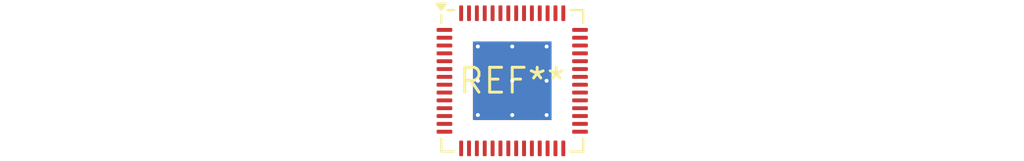
<source format=kicad_pcb>
(kicad_pcb (version 20240108) (generator pcbnew)
  (layers (0 "F.Cu" signal) (31 "B.Cu" signal) (34 "B.Paste" user) (35 "F.Paste" user) (36 "B.SilkS" user "B.Silkscreen") (37 "F.SilkS" user "F.Silkscreen") (38 "B.Mask" user) (39 "F.Mask" user) (44 "Edge.Cuts" user))
  (net 0 "")
  (footprint "QFN-56-1EP_7x7mm_P0.4mm_EP4x4mm_ThermalVias" (layer "F.Cu") (at 0 0)
    (property "Reference" "REF**")
    (property "Value" "QFN-56-1EP_7x7mm_P0.4mm_EP4x4mm_ThermalVias")
    (fp_line (start -3.61 -2.96) (end -3.61 -3.37) (layer "F.SilkS") (stroke (width 0.12)))
    (fp_line (start -3.61 3.61) (end -3.61 2.96) (layer "F.SilkS") (stroke (width 0.12)))
    (fp_line (start -2.96 -3.61) (end -3.31 -3.61) (layer "F.SilkS") (stroke (width 0.12)))
    (fp_line (start -2.96 3.61) (end -3.61 3.61) (layer "F.SilkS") (stroke (width 0.12)))
    (fp_line (start 2.96 -3.61) (end 3.61 -3.61) (layer "F.SilkS") (stroke (width 0.12)))
    (fp_line (start 2.96 3.61) (end 3.61 3.61) (layer "F.SilkS") (stroke (width 0.12)))
    (fp_line (start 3.61 -3.61) (end 3.61 -2.96) (layer "F.SilkS") (stroke (width 0.12)))
    (fp_line (start 3.61 3.61) (end 3.61 2.96) (layer "F.SilkS") (stroke (width 0.12)))
    (fp_poly (pts (xy -3.61 -3.61) (xy -3.85 -3.94) (xy -3.37 -3.94) (xy -3.61 -3.61)) (layer "F.SilkS") (stroke (width 0.12)) (fill solid))
    (pad "1" smd roundrect (at -3.45 -2.6) (size 0.8 0.2) (layers "F.Cu" "F.Paste" "F.Mask"))
    (pad "2" smd roundrect (at -3.45 -2.2) (size 0.8 0.2) (layers "F.Cu" "F.Paste" "F.Mask"))
    (pad "3" smd roundrect (at -3.45 -1.8) (size 0.8 0.2) (layers "F.Cu" "F.Paste" "F.Mask"))
    (pad "4" smd roundrect (at -3.45 -1.4) (size 0.8 0.2) (layers "F.Cu" "F.Paste" "F.Mask"))
    (pad "5" smd roundrect (at -3.45 -1) (size 0.8 0.2) (layers "F.Cu" "F.Paste" "F.Mask"))
    (pad "6" smd roundrect (at -3.45 -0.6) (size 0.8 0.2) (layers "F.Cu" "F.Paste" "F.Mask"))
    (pad "7" smd roundrect (at -3.45 -0.2) (size 0.8 0.2) (layers "F.Cu" "F.Paste" "F.Mask"))
    (pad "8" smd roundrect (at -3.45 0.2) (size 0.8 0.2) (layers "F.Cu" "F.Paste" "F.Mask"))
    (pad "9" smd roundrect (at -3.45 0.6) (size 0.8 0.2) (layers "F.Cu" "F.Paste" "F.Mask"))
    (pad "10" smd roundrect (at -3.45 1) (size 0.8 0.2) (layers "F.Cu" "F.Paste" "F.Mask"))
    (pad "11" smd roundrect (at -3.45 1.4) (size 0.8 0.2) (layers "F.Cu" "F.Paste" "F.Mask"))
    (pad "12" smd roundrect (at -3.45 1.8) (size 0.8 0.2) (layers "F.Cu" "F.Paste" "F.Mask"))
    (pad "13" smd roundrect (at -3.45 2.2) (size 0.8 0.2) (layers "F.Cu" "F.Paste" "F.Mask"))
    (pad "14" smd roundrect (at -3.45 2.6) (size 0.8 0.2) (layers "F.Cu" "F.Paste" "F.Mask"))
    (pad "15" smd roundrect (at -2.6 3.45) (size 0.2 0.8) (layers "F.Cu" "F.Paste" "F.Mask"))
    (pad "16" smd roundrect (at -2.2 3.45) (size 0.2 0.8) (layers "F.Cu" "F.Paste" "F.Mask"))
    (pad "17" smd roundrect (at -1.8 3.45) (size 0.2 0.8) (layers "F.Cu" "F.Paste" "F.Mask"))
    (pad "18" smd roundrect (at -1.4 3.45) (size 0.2 0.8) (layers "F.Cu" "F.Paste" "F.Mask"))
    (pad "19" smd roundrect (at -1 3.45) (size 0.2 0.8) (layers "F.Cu" "F.Paste" "F.Mask"))
    (pad "20" smd roundrect (at -0.6 3.45) (size 0.2 0.8) (layers "F.Cu" "F.Paste" "F.Mask"))
    (pad "21" smd roundrect (at -0.2 3.45) (size 0.2 0.8) (layers "F.Cu" "F.Paste" "F.Mask"))
    (pad "22" smd roundrect (at 0.2 3.45) (size 0.2 0.8) (layers "F.Cu" "F.Paste" "F.Mask"))
    (pad "23" smd roundrect (at 0.6 3.45) (size 0.2 0.8) (layers "F.Cu" "F.Paste" "F.Mask"))
    (pad "24" smd roundrect (at 1 3.45) (size 0.2 0.8) (layers "F.Cu" "F.Paste" "F.Mask"))
    (pad "25" smd roundrect (at 1.4 3.45) (size 0.2 0.8) (layers "F.Cu" "F.Paste" "F.Mask"))
    (pad "26" smd roundrect (at 1.8 3.45) (size 0.2 0.8) (layers "F.Cu" "F.Paste" "F.Mask"))
    (pad "27" smd roundrect (at 2.2 3.45) (size 0.2 0.8) (layers "F.Cu" "F.Paste" "F.Mask"))
    (pad "28" smd roundrect (at 2.6 3.45) (size 0.2 0.8) (layers "F.Cu" "F.Paste" "F.Mask"))
    (pad "29" smd roundrect (at 3.45 2.6) (size 0.8 0.2) (layers "F.Cu" "F.Paste" "F.Mask"))
    (pad "30" smd roundrect (at 3.45 2.2) (size 0.8 0.2) (layers "F.Cu" "F.Paste" "F.Mask"))
    (pad "31" smd roundrect (at 3.45 1.8) (size 0.8 0.2) (layers "F.Cu" "F.Paste" "F.Mask"))
    (pad "32" smd roundrect (at 3.45 1.4) (size 0.8 0.2) (layers "F.Cu" "F.Paste" "F.Mask"))
    (pad "33" smd roundrect (at 3.45 1) (size 0.8 0.2) (layers "F.Cu" "F.Paste" "F.Mask"))
    (pad "34" smd roundrect (at 3.45 0.6) (size 0.8 0.2) (layers "F.Cu" "F.Paste" "F.Mask"))
    (pad "35" smd roundrect (at 3.45 0.2) (size 0.8 0.2) (layers "F.Cu" "F.Paste" "F.Mask"))
    (pad "36" smd roundrect (at 3.45 -0.2) (size 0.8 0.2) (layers "F.Cu" "F.Paste" "F.Mask"))
    (pad "37" smd roundrect (at 3.45 -0.6) (size 0.8 0.2) (layers "F.Cu" "F.Paste" "F.Mask"))
    (pad "38" smd roundrect (at 3.45 -1) (size 0.8 0.2) (layers "F.Cu" "F.Paste" "F.Mask"))
    (pad "39" smd roundrect (at 3.45 -1.4) (size 0.8 0.2) (layers "F.Cu" "F.Paste" "F.Mask"))
    (pad "40" smd roundrect (at 3.45 -1.8) (size 0.8 0.2) (layers "F.Cu" "F.Paste" "F.Mask"))
    (pad "41" smd roundrect (at 3.45 -2.2) (size 0.8 0.2) (layers "F.Cu" "F.Paste" "F.Mask"))
    (pad "42" smd roundrect (at 3.45 -2.6) (size 0.8 0.2) (layers "F.Cu" "F.Paste" "F.Mask"))
    (pad "43" smd roundrect (at 2.6 -3.45) (size 0.2 0.8) (layers "F.Cu" "F.Paste" "F.Mask"))
    (pad "44" smd roundrect (at 2.2 -3.45) (size 0.2 0.8) (layers "F.Cu" "F.Paste" "F.Mask"))
    (pad "45" smd roundrect (at 1.8 -3.45) (size 0.2 0.8) (layers "F.Cu" "F.Paste" "F.Mask"))
    (pad "46" smd roundrect (at 1.4 -3.45) (size 0.2 0.8) (layers "F.Cu" "F.Paste" "F.Mask"))
    (pad "47" smd roundrect (at 1 -3.45) (size 0.2 0.8) (layers "F.Cu" "F.Paste" "F.Mask"))
    (pad "48" smd roundrect (at 0.6 -3.45) (size 0.2 0.8) (layers "F.Cu" "F.Paste" "F.Mask"))
    (pad "49" smd roundrect (at 0.2 -3.45) (size 0.2 0.8) (layers "F.Cu" "F.Paste" "F.Mask"))
    (pad "50" smd roundrect (at -0.2 -3.45) (size 0.2 0.8) (layers "F.Cu" "F.Paste" "F.Mask"))
    (pad "51" smd roundrect (at -0.6 -3.45) (size 0.2 0.8) (layers "F.Cu" "F.Paste" "F.Mask"))
    (pad "52" smd roundrect (at -1 -3.45) (size 0.2 0.8) (layers "F.Cu" "F.Paste" "F.Mask"))
    (pad "53" smd roundrect (at -1.4 -3.45) (size 0.2 0.8) (layers "F.Cu" "F.Paste" "F.Mask"))
    (pad "54" smd roundrect (at -1.8 -3.45) (size 0.2 0.8) (layers "F.Cu" "F.Paste" "F.Mask"))
    (pad "55" smd roundrect (at -2.2 -3.45) (size 0.2 0.8) (layers "F.Cu" "F.Paste" "F.Mask"))
    (pad "56" smd roundrect (at -2.6 -3.45) (size 0.2 0.8) (layers "F.Cu" "F.Paste" "F.Mask"))
    (pad "57" thru_hole circle (at -1.75 -1.75) (size 0.5 0.5) (drill 0.2) (property pad_prop_heatsink) (layers *.Cu) (remove_unused_layers))
    (pad "57" thru_hole circle (at -1.75 0) (size 0.5 0.5) (drill 0.2) (property pad_prop_heatsink) (layers *.Cu) (remove_unused_layers))
    (pad "57" thru_hole circle (at -1.75 1.75) (size 0.5 0.5) (drill 0.2) (property pad_prop_heatsink) (layers *.Cu) (remove_unused_layers))
    (pad "57" thru_hole circle (at 0 -1.75) (size 0.5 0.5) (drill 0.2) (property pad_prop_heatsink) (layers *.Cu) (remove_unused_layers))
    (pad "57" thru_hole circle (at 0 0) (size 0.5 0.5) (drill 0.2) (property pad_prop_heatsink) (layers *.Cu) (remove_unused_layers))
    (pad "57" smd rect (at 0 0) (size 4 4) (property pad_prop_heatsink) (layers "F.Cu" "F.Mask"))
    (pad "57" smd rect (at 0 0) (size 4 4) (property pad_prop_heatsink) (layers "B.Cu"))
    (pad "57" thru_hole circle (at 0 1.75) (size 0.5 0.5) (drill 0.2) (property pad_prop_heatsink) (layers *.Cu) (remove_unused_layers))
    (pad "57" thru_hole circle (at 1.75 -1.75) (size 0.5 0.5) (drill 0.2) (property pad_prop_heatsink) (layers *.Cu) (remove_unused_layers))
    (pad "57" thru_hole circle (at 1.75 0) (size 0.5 0.5) (drill 0.2) (property pad_prop_heatsink) (layers *.Cu) (remove_unused_layers))
    (pad "57" thru_hole circle (at 1.75 1.75) (size 0.5 0.5) (drill 0.2) (property pad_prop_heatsink) (layers *.Cu) (remove_unused_layers))
  )
)
</source>
